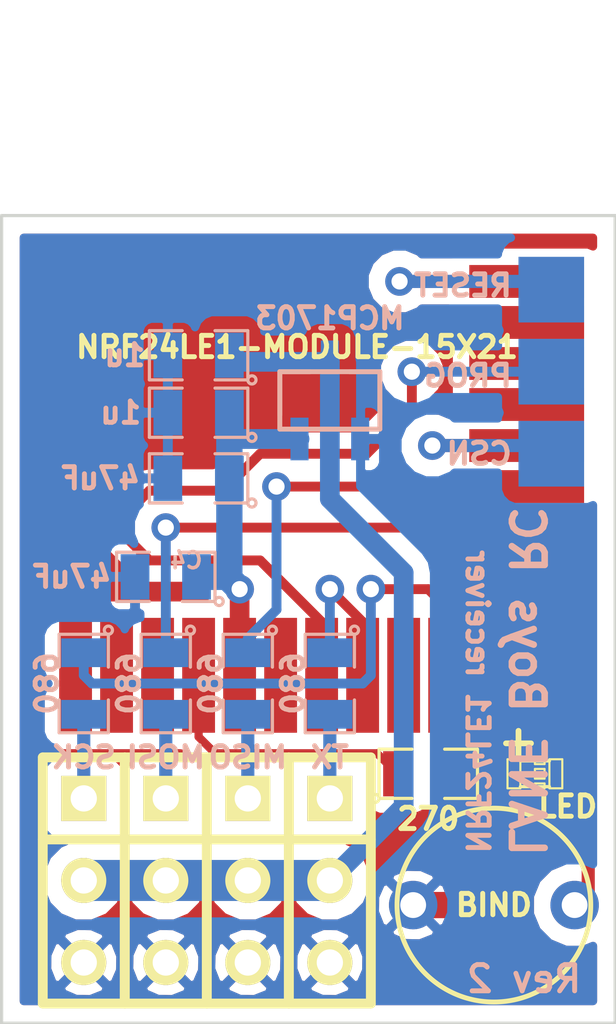
<source format=kicad_pcb>
(kicad_pcb (version 3) (host pcbnew "(2013-jul-07)-stable")

  (general
    (links 34)
    (no_connects 0)
    (area 31.949999 41.072999 51.531533 73.8124)
    (thickness 1.6)
    (drawings 15)
    (tracks 83)
    (zones 0)
    (modules 20)
    (nets 18)
  )

  (page User 150.012 150.012)
  (title_block 
    (title "nRF24LE1 surface receiver")
    (rev "Rev 1")
    (company "LANE Boys RC")
  )

  (layers
    (15 F.Cu signal)
    (0 B.Cu signal)
    (18 B.Paste user)
    (19 F.Paste user)
    (20 B.SilkS user)
    (21 F.SilkS user)
    (22 B.Mask user)
    (23 F.Mask user)
    (25 Cmts.User user hide)
    (28 Edge.Cuts user)
  )

  (setup
    (last_trace_width 0.6096)
    (user_trace_width 0.2032)
    (user_trace_width 0.254)
    (user_trace_width 0.3048)
    (user_trace_width 0.4064)
    (user_trace_width 0.6096)
    (user_trace_width 0.8128)
    (user_trace_width 1)
    (user_trace_width 1.016)
    (user_trace_width 1.27)
    (user_trace_width 1.4224)
    (user_trace_width 1.6764)
    (user_trace_width 2)
    (trace_clearance 0.254)
    (zone_clearance 0.508)
    (zone_45_only no)
    (trace_min 0.1524)
    (segment_width 0.2)
    (edge_width 0.1)
    (via_size 0.889)
    (via_drill 0.5)
    (via_min_size 0.6096)
    (via_min_drill 0.3048)
    (user_via 0.8128 0.5)
    (user_via 0.9144 0.6)
    (user_via 1.2192 0.8)
    (user_via 1.524 1)
    (user_via 1.8288 1.2)
    (user_via 2.286 1.5)
    (uvia_size 0.508)
    (uvia_drill 0.127)
    (uvias_allowed no)
    (uvia_min_size 0.508)
    (uvia_min_drill 0.127)
    (pcb_text_width 0.3)
    (pcb_text_size 1.5 1.5)
    (mod_edge_width 0.15)
    (mod_text_size 0.6604 0.6604)
    (mod_text_width 0.1524)
    (pad_size 1.5 1.5)
    (pad_drill 0.8)
    (pad_to_mask_clearance 0)
    (aux_axis_origin 32 73)
    (visible_elements 7FFFFFAF)
    (pcbplotparams
      (layerselection 3178497)
      (usegerberextensions true)
      (excludeedgelayer true)
      (linewidth 0.150000)
      (plotframeref false)
      (viasonmask false)
      (mode 1)
      (useauxorigin false)
      (hpglpennumber 1)
      (hpglpenspeed 20)
      (hpglpendiameter 15)
      (hpglpenoverlay 2)
      (psnegative false)
      (psa4output false)
      (plotreference true)
      (plotvalue true)
      (plotothertext true)
      (plotinvisibletext false)
      (padsonsilk false)
      (subtractmaskfromsilk false)
      (outputformat 1)
      (mirror false)
      (drillshape 1)
      (scaleselection 1)
      (outputdirectory ""))
  )

  (net 0 "")
  (net 1 +3.3V)
  (net 2 +BATT)
  (net 3 /BIND)
  (net 4 /CH1-SCK)
  (net 5 /CH2-MOSI)
  (net 6 /CH3-MISO)
  (net 7 /CSN)
  (net 8 /LED)
  (net 9 /PROG)
  (net 10 /RESET)
  (net 11 /TX)
  (net 12 N-0000010)
  (net 13 N-0000025)
  (net 14 N-000003)
  (net 15 N-000008)
  (net 16 N-000009)
  (net 17 VSS)

  (net_class Default "This is the default net class."
    (clearance 0.254)
    (trace_width 0.254)
    (via_dia 0.889)
    (via_drill 0.5)
    (uvia_dia 0.508)
    (uvia_drill 0.127)
    (add_net "")
    (add_net +3.3V)
    (add_net +BATT)
    (add_net /BIND)
    (add_net /CH1-SCK)
    (add_net /CH2-MOSI)
    (add_net /CH3-MISO)
    (add_net /CSN)
    (add_net /LED)
    (add_net /PROG)
    (add_net /RESET)
    (add_net /TX)
    (add_net N-0000010)
    (add_net N-0000025)
    (add_net N-000003)
    (add_net N-000008)
    (add_net N-000009)
    (add_net VSS)
  )

  (module SM0805   placed (layer B.Cu) (tedit 547A6284) (tstamp 547930EB)
    (at 38.1 54.102 180)
    (path /5479215B)
    (attr smd)
    (fp_text reference C3 (at 0 0.3175 180) (layer B.SilkS) hide
      (effects (font (size 0.50038 0.50038) (thickness 0.10922)) (justify mirror))
    )
    (fp_text value 1u (at 2.413 0 180) (layer B.SilkS)
      (effects (font (size 0.6604 0.6604) (thickness 0.1524)) (justify mirror))
    )
    (fp_circle (center -1.651 -0.762) (end -1.651 -0.635) (layer B.SilkS) (width 0.09906))
    (fp_line (start -0.508 -0.762) (end -1.524 -0.762) (layer B.SilkS) (width 0.09906))
    (fp_line (start -1.524 -0.762) (end -1.524 0.762) (layer B.SilkS) (width 0.09906))
    (fp_line (start -1.524 0.762) (end -0.508 0.762) (layer B.SilkS) (width 0.09906))
    (fp_line (start 0.508 0.762) (end 1.524 0.762) (layer B.SilkS) (width 0.09906))
    (fp_line (start 1.524 0.762) (end 1.524 -0.762) (layer B.SilkS) (width 0.09906))
    (fp_line (start 1.524 -0.762) (end 0.508 -0.762) (layer B.SilkS) (width 0.09906))
    (pad 1 smd rect (at -0.9525 0 180) (size 0.889 1.397)
      (layers B.Cu B.Paste B.Mask)
      (net 1 +3.3V)
    )
    (pad 2 smd rect (at 0.9525 0 180) (size 0.889 1.397)
      (layers B.Cu B.Paste B.Mask)
      (net 17 VSS)
    )
    (model smd/chip_cms.wrl
      (at (xyz 0 0 0))
      (scale (xyz 0.1 0.1 0.1))
      (rotate (xyz 0 0 0))
    )
  )

  (module SM0805   placed (layer B.Cu) (tedit 547A628E) (tstamp 547930F8)
    (at 38.1 52.324 180)
    (path /5479216A)
    (attr smd)
    (fp_text reference C2 (at 0 0.3175 180) (layer B.SilkS) hide
      (effects (font (size 0.50038 0.50038) (thickness 0.10922)) (justify mirror))
    )
    (fp_text value 1u (at 2.286 0 180) (layer B.SilkS)
      (effects (font (size 0.6604 0.6604) (thickness 0.1524)) (justify mirror))
    )
    (fp_circle (center -1.651 -0.762) (end -1.651 -0.635) (layer B.SilkS) (width 0.09906))
    (fp_line (start -0.508 -0.762) (end -1.524 -0.762) (layer B.SilkS) (width 0.09906))
    (fp_line (start -1.524 -0.762) (end -1.524 0.762) (layer B.SilkS) (width 0.09906))
    (fp_line (start -1.524 0.762) (end -0.508 0.762) (layer B.SilkS) (width 0.09906))
    (fp_line (start 0.508 0.762) (end 1.524 0.762) (layer B.SilkS) (width 0.09906))
    (fp_line (start 1.524 0.762) (end 1.524 -0.762) (layer B.SilkS) (width 0.09906))
    (fp_line (start 1.524 -0.762) (end 0.508 -0.762) (layer B.SilkS) (width 0.09906))
    (pad 1 smd rect (at -0.9525 0 180) (size 0.889 1.397)
      (layers B.Cu B.Paste B.Mask)
      (net 2 +BATT)
    )
    (pad 2 smd rect (at 0.9525 0 180) (size 0.889 1.397)
      (layers B.Cu B.Paste B.Mask)
      (net 17 VSS)
    )
    (model smd/chip_cms.wrl
      (at (xyz 0 0 0))
      (scale (xyz 0.1 0.1 0.1))
      (rotate (xyz 0 0 0))
    )
  )

  (module SM0805   placed (layer B.Cu) (tedit 54A9EEF9) (tstamp 54A9EEFE)
    (at 37.084 59.182 180)
    (path /54A9ED05)
    (attr smd)
    (fp_text reference C1 (at 0 0.3175 180) (layer B.SilkS) hide
      (effects (font (size 0.50038 0.50038) (thickness 0.10922)) (justify mirror))
    )
    (fp_text value 47uF (at 2.921 0 180) (layer B.SilkS)
      (effects (font (size 0.6604 0.6604) (thickness 0.1524)) (justify mirror))
    )
    (fp_circle (center -1.651 -0.762) (end -1.651 -0.635) (layer B.SilkS) (width 0.09906))
    (fp_line (start -0.508 -0.762) (end -1.524 -0.762) (layer B.SilkS) (width 0.09906))
    (fp_line (start -1.524 -0.762) (end -1.524 0.762) (layer B.SilkS) (width 0.09906))
    (fp_line (start -1.524 0.762) (end -0.508 0.762) (layer B.SilkS) (width 0.09906))
    (fp_line (start 0.508 0.762) (end 1.524 0.762) (layer B.SilkS) (width 0.09906))
    (fp_line (start 1.524 0.762) (end 1.524 -0.762) (layer B.SilkS) (width 0.09906))
    (fp_line (start 1.524 -0.762) (end 0.508 -0.762) (layer B.SilkS) (width 0.09906))
    (pad 1 smd rect (at -0.9525 0 180) (size 0.889 1.397)
      (layers B.Cu B.Paste B.Mask)
      (net 1 +3.3V)
    )
    (pad 2 smd rect (at 0.9525 0 180) (size 0.889 1.397)
      (layers B.Cu B.Paste B.Mask)
      (net 17 VSS)
    )
    (model smd/chip_cms.wrl
      (at (xyz 0 0 0))
      (scale (xyz 0.1 0.1 0.1))
      (rotate (xyz 0 0 0))
    )
  )

  (module SM0805   placed (layer B.Cu) (tedit 5479C1D6) (tstamp 54793112)
    (at 42.164 62.484 270)
    (path /5479219C)
    (attr smd)
    (fp_text reference R2 (at 0 0.3175 270) (layer B.SilkS) hide
      (effects (font (size 0.50038 0.50038) (thickness 0.10922)) (justify mirror))
    )
    (fp_text value 680 (at 0 1.143 270) (layer B.SilkS)
      (effects (font (size 0.6604 0.6604) (thickness 0.1524)) (justify mirror))
    )
    (fp_circle (center -1.651 -0.762) (end -1.651 -0.635) (layer B.SilkS) (width 0.09906))
    (fp_line (start -0.508 -0.762) (end -1.524 -0.762) (layer B.SilkS) (width 0.09906))
    (fp_line (start -1.524 -0.762) (end -1.524 0.762) (layer B.SilkS) (width 0.09906))
    (fp_line (start -1.524 0.762) (end -0.508 0.762) (layer B.SilkS) (width 0.09906))
    (fp_line (start 0.508 0.762) (end 1.524 0.762) (layer B.SilkS) (width 0.09906))
    (fp_line (start 1.524 0.762) (end 1.524 -0.762) (layer B.SilkS) (width 0.09906))
    (fp_line (start 1.524 -0.762) (end 0.508 -0.762) (layer B.SilkS) (width 0.09906))
    (pad 1 smd rect (at -0.9525 0 270) (size 0.889 1.397)
      (layers B.Cu B.Paste B.Mask)
      (net 11 /TX)
    )
    (pad 2 smd rect (at 0.9525 0 270) (size 0.889 1.397)
      (layers B.Cu B.Paste B.Mask)
      (net 15 N-000008)
    )
    (model smd/chip_cms.wrl
      (at (xyz 0 0 0))
      (scale (xyz 0.1 0.1 0.1))
      (rotate (xyz 0 0 0))
    )
  )

  (module SM0805   placed (layer B.Cu) (tedit 5479C1CB) (tstamp 5479311F)
    (at 39.624 62.484 270)
    (path /547921A9)
    (attr smd)
    (fp_text reference R3 (at 0 0.3175 270) (layer B.SilkS) hide
      (effects (font (size 0.50038 0.50038) (thickness 0.10922)) (justify mirror))
    )
    (fp_text value 680 (at 0 1.143 270) (layer B.SilkS)
      (effects (font (size 0.6604 0.6604) (thickness 0.1524)) (justify mirror))
    )
    (fp_circle (center -1.651 -0.762) (end -1.651 -0.635) (layer B.SilkS) (width 0.09906))
    (fp_line (start -0.508 -0.762) (end -1.524 -0.762) (layer B.SilkS) (width 0.09906))
    (fp_line (start -1.524 -0.762) (end -1.524 0.762) (layer B.SilkS) (width 0.09906))
    (fp_line (start -1.524 0.762) (end -0.508 0.762) (layer B.SilkS) (width 0.09906))
    (fp_line (start 0.508 0.762) (end 1.524 0.762) (layer B.SilkS) (width 0.09906))
    (fp_line (start 1.524 0.762) (end 1.524 -0.762) (layer B.SilkS) (width 0.09906))
    (fp_line (start 1.524 -0.762) (end 0.508 -0.762) (layer B.SilkS) (width 0.09906))
    (pad 1 smd rect (at -0.9525 0 270) (size 0.889 1.397)
      (layers B.Cu B.Paste B.Mask)
      (net 6 /CH3-MISO)
    )
    (pad 2 smd rect (at 0.9525 0 270) (size 0.889 1.397)
      (layers B.Cu B.Paste B.Mask)
      (net 16 N-000009)
    )
    (model smd/chip_cms.wrl
      (at (xyz 0 0 0))
      (scale (xyz 0.1 0.1 0.1))
      (rotate (xyz 0 0 0))
    )
  )

  (module SM0805   placed (layer B.Cu) (tedit 5479C1CE) (tstamp 5479312C)
    (at 37.084 62.484 270)
    (path /547921AF)
    (attr smd)
    (fp_text reference R4 (at 0 0.3175 270) (layer B.SilkS) hide
      (effects (font (size 0.50038 0.50038) (thickness 0.10922)) (justify mirror))
    )
    (fp_text value 680 (at 0 1.143 270) (layer B.SilkS)
      (effects (font (size 0.6604 0.6604) (thickness 0.1524)) (justify mirror))
    )
    (fp_circle (center -1.651 -0.762) (end -1.651 -0.635) (layer B.SilkS) (width 0.09906))
    (fp_line (start -0.508 -0.762) (end -1.524 -0.762) (layer B.SilkS) (width 0.09906))
    (fp_line (start -1.524 -0.762) (end -1.524 0.762) (layer B.SilkS) (width 0.09906))
    (fp_line (start -1.524 0.762) (end -0.508 0.762) (layer B.SilkS) (width 0.09906))
    (fp_line (start 0.508 0.762) (end 1.524 0.762) (layer B.SilkS) (width 0.09906))
    (fp_line (start 1.524 0.762) (end 1.524 -0.762) (layer B.SilkS) (width 0.09906))
    (fp_line (start 1.524 -0.762) (end 0.508 -0.762) (layer B.SilkS) (width 0.09906))
    (pad 1 smd rect (at -0.9525 0 270) (size 0.889 1.397)
      (layers B.Cu B.Paste B.Mask)
      (net 5 /CH2-MOSI)
    )
    (pad 2 smd rect (at 0.9525 0 270) (size 0.889 1.397)
      (layers B.Cu B.Paste B.Mask)
      (net 12 N-0000010)
    )
    (model smd/chip_cms.wrl
      (at (xyz 0 0 0))
      (scale (xyz 0.1 0.1 0.1))
      (rotate (xyz 0 0 0))
    )
  )

  (module SM0805   placed (layer B.Cu) (tedit 5479C1D1) (tstamp 54793139)
    (at 34.544 62.484 270)
    (path /547921B5)
    (attr smd)
    (fp_text reference R5 (at 0 0.3175 270) (layer B.SilkS) hide
      (effects (font (size 0.50038 0.50038) (thickness 0.10922)) (justify mirror))
    )
    (fp_text value 680 (at 0 1.143 270) (layer B.SilkS)
      (effects (font (size 0.6604 0.6604) (thickness 0.1524)) (justify mirror))
    )
    (fp_circle (center -1.651 -0.762) (end -1.651 -0.635) (layer B.SilkS) (width 0.09906))
    (fp_line (start -0.508 -0.762) (end -1.524 -0.762) (layer B.SilkS) (width 0.09906))
    (fp_line (start -1.524 -0.762) (end -1.524 0.762) (layer B.SilkS) (width 0.09906))
    (fp_line (start -1.524 0.762) (end -0.508 0.762) (layer B.SilkS) (width 0.09906))
    (fp_line (start 0.508 0.762) (end 1.524 0.762) (layer B.SilkS) (width 0.09906))
    (fp_line (start 1.524 0.762) (end 1.524 -0.762) (layer B.SilkS) (width 0.09906))
    (fp_line (start 1.524 -0.762) (end 0.508 -0.762) (layer B.SilkS) (width 0.09906))
    (pad 1 smd rect (at -0.9525 0 270) (size 0.889 1.397)
      (layers B.Cu B.Paste B.Mask)
      (net 4 /CH1-SCK)
    )
    (pad 2 smd rect (at 0.9525 0 270) (size 0.889 1.397)
      (layers B.Cu B.Paste B.Mask)
      (net 14 N-000003)
    )
    (model smd/chip_cms.wrl
      (at (xyz 0 0 0))
      (scale (xyz 0.1 0.1 0.1))
      (rotate (xyz 0 0 0))
    )
  )

  (module SM0805   placed (layer F.Cu) (tedit 5479C0B5) (tstamp 54793146)
    (at 45.212 65.278)
    (path /5479290A)
    (attr smd)
    (fp_text reference R1 (at 0 -0.3175) (layer F.SilkS) hide
      (effects (font (size 0.50038 0.50038) (thickness 0.10922)))
    )
    (fp_text value 270 (at 0 1.397) (layer F.SilkS)
      (effects (font (size 0.6604 0.6604) (thickness 0.1524)))
    )
    (fp_circle (center -1.651 0.762) (end -1.651 0.635) (layer F.SilkS) (width 0.09906))
    (fp_line (start -0.508 0.762) (end -1.524 0.762) (layer F.SilkS) (width 0.09906))
    (fp_line (start -1.524 0.762) (end -1.524 -0.762) (layer F.SilkS) (width 0.09906))
    (fp_line (start -1.524 -0.762) (end -0.508 -0.762) (layer F.SilkS) (width 0.09906))
    (fp_line (start 0.508 -0.762) (end 1.524 -0.762) (layer F.SilkS) (width 0.09906))
    (fp_line (start 1.524 -0.762) (end 1.524 0.762) (layer F.SilkS) (width 0.09906))
    (fp_line (start 1.524 0.762) (end 0.508 0.762) (layer F.SilkS) (width 0.09906))
    (pad 1 smd rect (at -0.9525 0) (size 0.889 1.397)
      (layers F.Cu F.Paste F.Mask)
      (net 8 /LED)
    )
    (pad 2 smd rect (at 0.9525 0) (size 0.889 1.397)
      (layers F.Cu F.Paste F.Mask)
      (net 13 N-0000025)
    )
    (model smd/chip_cms.wrl
      (at (xyz 0 0 0))
      (scale (xyz 0.1 0.1 0.1))
      (rotate (xyz 0 0 0))
    )
  )

  (module SIL-3   placed (layer F.Cu) (tedit 5479C049) (tstamp 54793152)
    (at 42.164 68.58 270)
    (descr "Connecteur 3 pins")
    (tags "CONN DEV")
    (path /54792117)
    (fp_text reference K1 (at 0 -2.54 270) (layer F.SilkS) hide
      (effects (font (size 1.7907 1.07696) (thickness 0.26924)))
    )
    (fp_text value CONN_3 (at 0 -2.54 270) (layer F.SilkS) hide
      (effects (font (size 0.6604 0.6604) (thickness 0.1524)))
    )
    (fp_line (start -3.81 1.27) (end -3.81 -1.27) (layer F.SilkS) (width 0.3048))
    (fp_line (start -3.81 -1.27) (end 3.81 -1.27) (layer F.SilkS) (width 0.3048))
    (fp_line (start 3.81 -1.27) (end 3.81 1.27) (layer F.SilkS) (width 0.3048))
    (fp_line (start 3.81 1.27) (end -3.81 1.27) (layer F.SilkS) (width 0.3048))
    (fp_line (start -1.27 -1.27) (end -1.27 1.27) (layer F.SilkS) (width 0.3048))
    (pad 1 thru_hole rect (at -2.54 0 270) (size 1.397 1.397) (drill 0.8128)
      (layers *.Cu *.Mask F.SilkS)
      (net 15 N-000008)
    )
    (pad 2 thru_hole circle (at 0 0 270) (size 1.397 1.397) (drill 0.8128)
      (layers *.Cu *.Mask F.SilkS)
      (net 2 +BATT)
    )
    (pad 3 thru_hole circle (at 2.54 0 270) (size 1.397 1.397) (drill 0.8128)
      (layers *.Cu *.Mask F.SilkS)
      (net 17 VSS)
    )
  )

  (module SIL-3   placed (layer F.Cu) (tedit 5479C03E) (tstamp 5479315E)
    (at 39.624 68.58 270)
    (descr "Connecteur 3 pins")
    (tags "CONN DEV")
    (path /54792124)
    (fp_text reference K2 (at 0 -2.54 270) (layer F.SilkS) hide
      (effects (font (size 1.7907 1.07696) (thickness 0.26924)))
    )
    (fp_text value CONN_3 (at 0 -2.54 270) (layer F.SilkS) hide
      (effects (font (size 0.6604 0.6604) (thickness 0.1524)))
    )
    (fp_line (start -3.81 1.27) (end -3.81 -1.27) (layer F.SilkS) (width 0.3048))
    (fp_line (start -3.81 -1.27) (end 3.81 -1.27) (layer F.SilkS) (width 0.3048))
    (fp_line (start 3.81 -1.27) (end 3.81 1.27) (layer F.SilkS) (width 0.3048))
    (fp_line (start 3.81 1.27) (end -3.81 1.27) (layer F.SilkS) (width 0.3048))
    (fp_line (start -1.27 -1.27) (end -1.27 1.27) (layer F.SilkS) (width 0.3048))
    (pad 1 thru_hole rect (at -2.54 0 270) (size 1.397 1.397) (drill 0.8128)
      (layers *.Cu *.Mask F.SilkS)
      (net 16 N-000009)
    )
    (pad 2 thru_hole circle (at 0 0 270) (size 1.397 1.397) (drill 0.8128)
      (layers *.Cu *.Mask F.SilkS)
      (net 2 +BATT)
    )
    (pad 3 thru_hole circle (at 2.54 0 270) (size 1.397 1.397) (drill 0.8128)
      (layers *.Cu *.Mask F.SilkS)
      (net 17 VSS)
    )
  )

  (module SIL-3   placed (layer F.Cu) (tedit 5479C039) (tstamp 5479316A)
    (at 37.084 68.58 270)
    (descr "Connecteur 3 pins")
    (tags "CONN DEV")
    (path /5479212A)
    (fp_text reference K3 (at 0 -2.54 270) (layer F.SilkS) hide
      (effects (font (size 1.7907 1.07696) (thickness 0.26924)))
    )
    (fp_text value CONN_3 (at 0 -2.54 270) (layer F.SilkS) hide
      (effects (font (size 0.6604 0.6604) (thickness 0.1524)))
    )
    (fp_line (start -3.81 1.27) (end -3.81 -1.27) (layer F.SilkS) (width 0.3048))
    (fp_line (start -3.81 -1.27) (end 3.81 -1.27) (layer F.SilkS) (width 0.3048))
    (fp_line (start 3.81 -1.27) (end 3.81 1.27) (layer F.SilkS) (width 0.3048))
    (fp_line (start 3.81 1.27) (end -3.81 1.27) (layer F.SilkS) (width 0.3048))
    (fp_line (start -1.27 -1.27) (end -1.27 1.27) (layer F.SilkS) (width 0.3048))
    (pad 1 thru_hole rect (at -2.54 0 270) (size 1.397 1.397) (drill 0.8128)
      (layers *.Cu *.Mask F.SilkS)
      (net 12 N-0000010)
    )
    (pad 2 thru_hole circle (at 0 0 270) (size 1.397 1.397) (drill 0.8128)
      (layers *.Cu *.Mask F.SilkS)
      (net 2 +BATT)
    )
    (pad 3 thru_hole circle (at 2.54 0 270) (size 1.397 1.397) (drill 0.8128)
      (layers *.Cu *.Mask F.SilkS)
      (net 17 VSS)
    )
  )

  (module SIL-3   placed (layer F.Cu) (tedit 5479C033) (tstamp 54793176)
    (at 34.544 68.58 270)
    (descr "Connecteur 3 pins")
    (tags "CONN DEV")
    (path /54792130)
    (fp_text reference K4 (at 0 -2.54 270) (layer F.SilkS) hide
      (effects (font (size 1.7907 1.07696) (thickness 0.26924)))
    )
    (fp_text value CONN_3 (at 0 -2.54 270) (layer F.SilkS) hide
      (effects (font (size 0.6604 0.6604) (thickness 0.1524)))
    )
    (fp_line (start -3.81 1.27) (end -3.81 -1.27) (layer F.SilkS) (width 0.3048))
    (fp_line (start -3.81 -1.27) (end 3.81 -1.27) (layer F.SilkS) (width 0.3048))
    (fp_line (start 3.81 -1.27) (end 3.81 1.27) (layer F.SilkS) (width 0.3048))
    (fp_line (start 3.81 1.27) (end -3.81 1.27) (layer F.SilkS) (width 0.3048))
    (fp_line (start -1.27 -1.27) (end -1.27 1.27) (layer F.SilkS) (width 0.3048))
    (pad 1 thru_hole rect (at -2.54 0 270) (size 1.397 1.397) (drill 0.8128)
      (layers *.Cu *.Mask F.SilkS)
      (net 14 N-000003)
    )
    (pad 2 thru_hole circle (at 0 0 270) (size 1.397 1.397) (drill 0.8128)
      (layers *.Cu *.Mask F.SilkS)
      (net 2 +BATT)
    )
    (pad 3 thru_hole circle (at 2.54 0 270) (size 1.397 1.397) (drill 0.8128)
      (layers *.Cu *.Mask F.SilkS)
      (net 17 VSS)
    )
  )

  (module LED-0603   placed (layer F.Cu) (tedit 5479C49A) (tstamp 547931AD)
    (at 48.514 65.278)
    (descr "LED 0603 smd package")
    (tags "LED led 0603 SMD smd SMT smt smdled SMDLED smtled SMTLED")
    (path /547928FB)
    (attr smd)
    (fp_text reference D1 (at 0 -1.016) (layer F.SilkS) hide
      (effects (font (size 0.508 0.508) (thickness 0.127)))
    )
    (fp_text value LED (at 1.016 1.016) (layer F.SilkS)
      (effects (font (size 0.6604 0.6604) (thickness 0.1524)))
    )
    (fp_line (start 0.44958 -0.44958) (end 0.44958 0.44958) (layer F.SilkS) (width 0.06604))
    (fp_line (start 0.44958 0.44958) (end 0.84836 0.44958) (layer F.SilkS) (width 0.06604))
    (fp_line (start 0.84836 -0.44958) (end 0.84836 0.44958) (layer F.SilkS) (width 0.06604))
    (fp_line (start 0.44958 -0.44958) (end 0.84836 -0.44958) (layer F.SilkS) (width 0.06604))
    (fp_line (start -0.84836 -0.44958) (end -0.84836 0.44958) (layer F.SilkS) (width 0.06604))
    (fp_line (start -0.84836 0.44958) (end -0.44958 0.44958) (layer F.SilkS) (width 0.06604))
    (fp_line (start -0.44958 -0.44958) (end -0.44958 0.44958) (layer F.SilkS) (width 0.06604))
    (fp_line (start -0.84836 -0.44958) (end -0.44958 -0.44958) (layer F.SilkS) (width 0.06604))
    (fp_line (start 0 -0.44958) (end 0 -0.29972) (layer F.SilkS) (width 0.06604))
    (fp_line (start 0 -0.29972) (end 0.29972 -0.29972) (layer F.SilkS) (width 0.06604))
    (fp_line (start 0.29972 -0.44958) (end 0.29972 -0.29972) (layer F.SilkS) (width 0.06604))
    (fp_line (start 0 -0.44958) (end 0.29972 -0.44958) (layer F.SilkS) (width 0.06604))
    (fp_line (start 0 0.29972) (end 0 0.44958) (layer F.SilkS) (width 0.06604))
    (fp_line (start 0 0.44958) (end 0.29972 0.44958) (layer F.SilkS) (width 0.06604))
    (fp_line (start 0.29972 0.29972) (end 0.29972 0.44958) (layer F.SilkS) (width 0.06604))
    (fp_line (start 0 0.29972) (end 0.29972 0.29972) (layer F.SilkS) (width 0.06604))
    (fp_line (start 0 -0.14986) (end 0 0.14986) (layer F.SilkS) (width 0.06604))
    (fp_line (start 0 0.14986) (end 0.29972 0.14986) (layer F.SilkS) (width 0.06604))
    (fp_line (start 0.29972 -0.14986) (end 0.29972 0.14986) (layer F.SilkS) (width 0.06604))
    (fp_line (start 0 -0.14986) (end 0.29972 -0.14986) (layer F.SilkS) (width 0.06604))
    (fp_line (start 0.44958 -0.39878) (end -0.44958 -0.39878) (layer F.SilkS) (width 0.1016))
    (fp_line (start 0.44958 0.39878) (end -0.44958 0.39878) (layer F.SilkS) (width 0.1016))
    (pad 1 smd rect (at -0.7493 0) (size 0.79756 0.79756)
      (layers F.Cu F.Paste F.Mask)
      (net 13 N-0000025)
    )
    (pad 2 smd rect (at 0.7493 0) (size 0.79756 0.79756)
      (layers F.Cu F.Paste F.Mask)
      (net 17 VSS)
    )
  )

  (module MCP1703-SOT95P300X145-3N (layer B.Cu) (tedit 547A62B1) (tstamp 5479956B)
    (at 42.164 53.721 180)
    (path /54792138)
    (attr smd)
    (fp_text reference U1 (at 0 2.54 180) (layer B.SilkS) hide
      (effects (font (size 0.8128 0.8128) (thickness 0.2032)) (justify mirror))
    )
    (fp_text value MCP1703 (at 0 2.54 180) (layer B.SilkS)
      (effects (font (size 0.6604 0.6604) (thickness 0.1524)) (justify mirror))
    )
    (fp_line (start -0.6858 -0.889) (end -1.1938 -0.889) (layer B.SilkS) (width 0.1524))
    (fp_line (start 1.1938 -0.889) (end 0.6858 -0.889) (layer B.SilkS) (width 0.1524))
    (fp_line (start -0.254 0.889) (end 0.254 0.889) (layer B.SilkS) (width 0.1524))
    (fp_line (start -1.5494 -0.889) (end 1.5494 -0.889) (layer B.SilkS) (width 0.1524))
    (fp_line (start 1.5494 -0.889) (end 1.5494 0.889) (layer B.SilkS) (width 0.1524))
    (fp_line (start 1.5494 0.889) (end -1.5494 0.889) (layer B.SilkS) (width 0.1524))
    (fp_line (start -1.5494 0.889) (end -1.5494 -0.889) (layer B.SilkS) (width 0.1524))
    (fp_line (start -0.6096 0.889) (end -1.5494 0.889) (layer B.SilkS) (width 0.1524))
    (fp_line (start -0.3302 -0.889) (end 0.3302 -0.889) (layer B.SilkS) (width 0.1524))
    (fp_line (start 1.5494 -0.4572) (end 1.5494 0.889) (layer B.SilkS) (width 0.1524))
    (fp_line (start 1.5494 0.889) (end 0.6096 0.889) (layer B.SilkS) (width 0.1524))
    (fp_line (start -1.5494 0.889) (end -1.5494 -0.4572) (layer B.SilkS) (width 0.1524))
    (pad 1 smd rect (at -0.9398 -1.1938 180) (size 0.5588 1.3208)
      (layers B.Cu B.Paste B.Mask)
      (net 17 VSS)
    )
    (pad 2 smd rect (at 0.9398 -1.1938 180) (size 0.5588 1.3208)
      (layers B.Cu B.Paste B.Mask)
      (net 1 +3.3V)
    )
    (pad 3 smd rect (at 0 1.1938 180) (size 0.5588 1.3208)
      (layers B.Cu B.Paste B.Mask)
      (net 2 +BATT)
    )
  )

  (module testpad_80mil_sq (layer B.Cu) (tedit 547A7586) (tstamp 54796D46)
    (at 49.022 52.832)
    (path /54796D23)
    (fp_text reference P1 (at 0 2.54) (layer B.SilkS) hide
      (effects (font (size 0.6604 0.6604) (thickness 0.1524)) (justify mirror))
    )
    (fp_text value CONN_1 (at -0.022 0.168) (layer B.SilkS) hide
      (effects (font (size 0.6604 0.6604) (thickness 0.1524)) (justify mirror))
    )
    (pad 1 smd rect (at 0 0) (size 2.032 2.032)
      (layers B.Cu B.Mask)
      (net 9 /PROG)
    )
  )

  (module testpad_80mil_sq (layer B.Cu) (tedit 547A7583) (tstamp 54796D4F)
    (at 49.022 50.292)
    (path /54796D32)
    (fp_text reference P2 (at 0 2.54) (layer B.SilkS) hide
      (effects (font (size 0.6604 0.6604) (thickness 0.1524)) (justify mirror))
    )
    (fp_text value CONN_1 (at -1.022 -0.292) (layer B.SilkS) hide
      (effects (font (size 0.6604 0.6604) (thickness 0.1524)) (justify mirror))
    )
    (pad 1 smd rect (at 0 0) (size 2.032 2.032)
      (layers B.Cu B.Mask)
      (net 10 /RESET)
    )
  )

  (module testpad_80mil_sq (layer B.Cu) (tedit 547A758A) (tstamp 54797A3D)
    (at 49.022 55.372)
    (path /54797ABF)
    (fp_text reference P3 (at 0 2.54) (layer B.SilkS) hide
      (effects (font (size 0.6604 0.6604) (thickness 0.1524)) (justify mirror))
    )
    (fp_text value CONN_1 (at -0.022 -0.372) (layer B.SilkS) hide
      (effects (font (size 0.6604 0.6604) (thickness 0.1524)) (justify mirror))
    )
    (pad 1 smd rect (at 0 0) (size 2.032 2.032)
      (layers B.Cu B.Mask)
      (net 7 /CSN)
    )
  )

  (module SW_PUSH_ROUND_6mm (layer F.Cu) (tedit 547A7AB5) (tstamp 547A7AC8)
    (at 47.244 69.342 180)
    (path /547925D0)
    (fp_text reference SW1 (at 0 -3.81 180) (layer F.SilkS) hide
      (effects (font (size 0.6604 0.6604) (thickness 0.1524)))
    )
    (fp_text value BIND (at 0 0 180) (layer F.SilkS)
      (effects (font (size 0.6604 0.6604) (thickness 0.1524)))
    )
    (fp_circle (center 0 0) (end 3 0) (layer F.SilkS) (width 0.15))
    (pad 1 thru_hole circle (at -2.5 0 180) (size 1.5 1.5) (drill 0.8)
      (layers *.Cu *.Mask)
      (net 3 /BIND)
    )
    (pad 2 thru_hole circle (at 2.5 0 180) (size 1.5 1.5) (drill 0.8)
      (layers *.Cu *.Mask)
      (net 17 VSS)
    )
  )

  (module NRF24LE1-module-15x21   locked   placed (layer F.Cu) (tedit 547A7A69) (tstamp 54793191)
    (at 33.274 62.23)
    (descr "NRF24LE1 module 15x21mm with SMD crystal")
    (path /547920F7)
    (fp_text reference U2 (at 7.366 -11.176) (layer F.SilkS) hide
      (effects (font (size 1 1) (thickness 0.15)))
    )
    (fp_text value NRF24LE1-MODULE-15X21 (at 7.874 -10.16) (layer F.SilkS)
      (effects (font (size 0.6604 0.6604) (thickness 0.1524)))
    )
    (fp_line (start 0 0) (end 14.986 0) (layer Cmts.User) (width 0.15))
    (fp_line (start 14.986 0) (end 14.986 -20.828) (layer Cmts.User) (width 0.15))
    (fp_line (start 14.986 -20.828) (end 0 -20.828) (layer Cmts.User) (width 0.15))
    (fp_line (start 0 -20.828) (end 0 0) (layer Cmts.User) (width 0.15))
    (pad 1 smd rect (at 1.016 0) (size 1.016 3.556)
      (layers F.Cu F.Paste F.Mask)
      (clearance 0.127)
    )
    (pad 2 smd rect (at 2.286 0) (size 1.016 3.556)
      (layers F.Cu F.Paste F.Mask)
      (clearance 0.127)
    )
    (pad 3 smd rect (at 3.556 0) (size 1.016 3.556)
      (layers F.Cu F.Paste F.Mask)
      (clearance 0.127)
    )
    (pad 4 smd rect (at 4.826 0) (size 1.016 3.556)
      (layers F.Cu F.Paste F.Mask)
      (net 8 /LED)
      (clearance 0.127)
    )
    (pad 5 smd rect (at 6.096 0) (size 1.016 3.556)
      (layers F.Cu F.Paste F.Mask)
      (net 1 +3.3V)
      (clearance 0.127)
    )
    (pad 6 smd rect (at 7.366 0) (size 1.016 3.556)
      (layers F.Cu F.Paste F.Mask)
      (clearance 0.127)
    )
    (pad 7 smd rect (at 8.636 0) (size 1.016 3.556)
      (layers F.Cu F.Paste F.Mask)
      (net 9 /PROG)
      (clearance 0.127)
    )
    (pad 8 smd rect (at 9.906 0) (size 1.016 3.556)
      (layers F.Cu F.Paste F.Mask)
      (net 11 /TX)
      (clearance 0.127)
    )
    (pad 9 smd rect (at 11.176 0) (size 1.016 3.556)
      (layers F.Cu F.Paste F.Mask)
      (clearance 0.127)
    )
    (pad 10 smd rect (at 12.446 0) (size 1.016 3.556)
      (layers F.Cu F.Paste F.Mask)
      (net 4 /CH1-SCK)
      (clearance 0.127)
    )
    (pad 11 smd rect (at 13.716 0) (size 1.016 3.556)
      (layers F.Cu F.Paste F.Mask)
      (net 17 VSS)
      (clearance 0.127)
    )
    (pad 12 smd rect (at 14.986 -3.302 90) (size 1.016 3.556)
      (layers F.Cu F.Paste F.Mask)
      (net 3 /BIND)
      (clearance 0.127)
    )
    (pad 13 smd rect (at 14.986 -4.572 90) (size 1.016 3.556)
      (layers F.Cu F.Paste F.Mask)
      (net 5 /CH2-MOSI)
      (clearance 0.127)
    )
    (pad 14 smd rect (at 14.986 -5.842 90) (size 1.016 3.556)
      (layers F.Cu F.Paste F.Mask)
      (net 6 /CH3-MISO)
      (clearance 0.127)
    )
    (pad 15 smd rect (at 14.986 -7.112 90) (size 1.016 3.556)
      (layers F.Cu F.Paste F.Mask)
      (net 7 /CSN)
      (clearance 0.127)
    )
    (pad 16 smd rect (at 14.986 -8.382 90) (size 1.016 3.556)
      (layers F.Cu F.Paste F.Mask)
      (clearance 0.127)
    )
    (pad 17 smd rect (at 14.986 -9.652 90) (size 1.016 3.556)
      (layers F.Cu F.Paste F.Mask)
      (clearance 0.127)
    )
    (pad 18 smd rect (at 14.986 -10.922 90) (size 1.016 3.556)
      (layers F.Cu F.Paste F.Mask)
      (clearance 0.127)
    )
    (pad 19 smd rect (at 14.986 -12.192 90) (size 1.016 3.556)
      (layers F.Cu F.Paste F.Mask)
      (net 10 /RESET)
      (clearance 0.127)
    )
  )

  (module SM0805 (layer B.Cu) (tedit 54A9EEF5) (tstamp 54A9ED45)
    (at 38.1 56.134 180)
    (path /54A9ECE7)
    (attr smd)
    (fp_text reference C4 (at 0.381 -2.54 180) (layer B.SilkS)
      (effects (font (size 0.50038 0.50038) (thickness 0.10922)) (justify mirror))
    )
    (fp_text value 47uF (at 3.048 0 180) (layer B.SilkS)
      (effects (font (size 0.6604 0.6604) (thickness 0.1524)) (justify mirror))
    )
    (fp_circle (center -1.651 -0.762) (end -1.651 -0.635) (layer B.SilkS) (width 0.09906))
    (fp_line (start -0.508 -0.762) (end -1.524 -0.762) (layer B.SilkS) (width 0.09906))
    (fp_line (start -1.524 -0.762) (end -1.524 0.762) (layer B.SilkS) (width 0.09906))
    (fp_line (start -1.524 0.762) (end -0.508 0.762) (layer B.SilkS) (width 0.09906))
    (fp_line (start 0.508 0.762) (end 1.524 0.762) (layer B.SilkS) (width 0.09906))
    (fp_line (start 1.524 0.762) (end 1.524 -0.762) (layer B.SilkS) (width 0.09906))
    (fp_line (start 1.524 -0.762) (end 0.508 -0.762) (layer B.SilkS) (width 0.09906))
    (pad 1 smd rect (at -0.9525 0 180) (size 0.889 1.397)
      (layers B.Cu B.Paste B.Mask)
      (net 1 +3.3V)
    )
    (pad 2 smd rect (at 0.9525 0 180) (size 0.889 1.397)
      (layers B.Cu B.Paste B.Mask)
      (net 17 VSS)
    )
    (model smd/chip_cms.wrl
      (at (xyz 0 0 0))
      (scale (xyz 0.1 0.1 0.1))
      (rotate (xyz 0 0 0))
    )
  )

  (gr_text + (at 48.006 64.262) (layer F.SilkS)
    (effects (font (size 1.016 1.016) (thickness 0.1778)))
  )
  (gr_text TX (at 42.164 64.77) (layer B.SilkS)
    (effects (font (size 0.6604 0.6604) (thickness 0.1524)) (justify mirror))
  )
  (gr_text SCK (at 34.544 64.77) (layer B.SilkS)
    (effects (font (size 0.6604 0.6604) (thickness 0.1524)) (justify mirror))
  )
  (gr_text MOSI (at 37.084 64.77) (layer B.SilkS)
    (effects (font (size 0.6604 0.6604) (thickness 0.1524)) (justify mirror))
  )
  (gr_text MISO (at 39.624 64.77) (layer B.SilkS)
    (effects (font (size 0.6604 0.6604) (thickness 0.1524)) (justify mirror))
  )
  (gr_text CSN (at 47.879 55.372) (layer B.SilkS)
    (effects (font (size 0.6604 0.6604) (thickness 0.1524)) (justify left mirror))
  )
  (gr_text PROG (at 47.879 52.959) (layer B.SilkS)
    (effects (font (size 0.6604 0.6604) (thickness 0.1524)) (justify left mirror))
  )
  (gr_text RESET (at 47.879 50.165) (layer B.SilkS)
    (effects (font (size 0.6604 0.6604) (thickness 0.1524)) (justify left mirror))
  )
  (gr_text "Rev 2" (at 50.038 71.628) (layer B.SilkS)
    (effects (font (size 0.8128 0.8128) (thickness 0.1524)) (justify left mirror))
  )
  (gr_text "NRF24LE1 receiver" (at 46.736 67.818 270) (layer B.SilkS)
    (effects (font (size 0.6604 0.6604) (thickness 0.1524)) (justify left mirror))
  )
  (gr_text "LANE Boys RC" (at 48.26 67.945 270) (layer B.SilkS)
    (effects (font (size 1.016 1.016) (thickness 0.2032)) (justify left mirror))
  )
  (gr_line (start 51 73) (end 32 73) (angle 90) (layer Edge.Cuts) (width 0.1))
  (gr_line (start 51 48) (end 51 73) (angle 90) (layer Edge.Cuts) (width 0.1))
  (gr_line (start 32 48) (end 51 48) (angle 90) (layer Edge.Cuts) (width 0.1))
  (gr_line (start 32 73) (end 32 48) (angle 90) (layer Edge.Cuts) (width 0.1))

  (segment (start 41.2242 54.9148) (end 39.0525 54.9148) (width 0.6096) (layer B.Cu) (net 1))
  (segment (start 39.0525 54.9148) (end 39.0525 54.102) (width 0.6096) (layer B.Cu) (net 1) (tstamp 54A9EE4D))
  (segment (start 39.0525 54.102) (end 39.0525 56.134) (width 0.8128) (layer B.Cu) (net 1))
  (segment (start 38.0365 59.182) (end 38.989 59.182) (width 0.8128) (layer B.Cu) (net 1))
  (segment (start 38.989 59.182) (end 39.37 59.563) (width 0.8128) (layer B.Cu) (net 1) (tstamp 547A6512))
  (segment (start 41.2242 54.9148) (end 39.1287 54.9148) (width 0.6096) (layer B.Cu) (net 1))
  (segment (start 39.1287 54.9148) (end 39.0525 54.991) (width 0.6096) (layer B.Cu) (net 1) (tstamp 547A6505))
  (segment (start 39.0525 54.991) (end 39.0525 59.2455) (width 0.8128) (layer B.Cu) (net 1) (tstamp 547A6507))
  (segment (start 39.0525 59.2455) (end 39.37 59.563) (width 0.8128) (layer B.Cu) (net 1) (tstamp 547A650B))
  (segment (start 39.37 62.23) (end 39.37 59.563) (width 0.6096) (layer F.Cu) (net 1) (status 10))
  (segment (start 39.37 59.563) (end 39.3192 59.5122) (width 0.6096) (layer B.Cu) (net 1) (tstamp 547A5C7C))
  (via (at 39.37 59.563) (size 0.889) (layers F.Cu B.Cu) (net 1))
  (segment (start 39.624 68.58) (end 42.164 68.58) (width 1.27) (layer B.Cu) (net 2))
  (segment (start 37.084 68.58) (end 39.624 68.58) (width 1.27) (layer B.Cu) (net 2))
  (segment (start 34.544 68.58) (end 37.084 68.58) (width 1.27) (layer B.Cu) (net 2))
  (segment (start 42.164 52.5272) (end 42.164 56.769) (width 0.6096) (layer B.Cu) (net 2))
  (segment (start 42.164 56.769) (end 44.45 59.055) (width 0.6096) (layer B.Cu) (net 2) (tstamp 547A6061))
  (segment (start 44.45 59.055) (end 44.45 66.294) (width 0.6096) (layer B.Cu) (net 2) (tstamp 547A6069))
  (segment (start 44.45 66.294) (end 42.164 68.58) (width 0.6096) (layer B.Cu) (net 2) (tstamp 547A606E))
  (segment (start 39.0525 52.324) (end 39.2557 52.5272) (width 0.6096) (layer B.Cu) (net 2))
  (segment (start 39.2557 52.5272) (end 42.164 52.5272) (width 0.6096) (layer B.Cu) (net 2) (tstamp 547A605E))
  (segment (start 49.744 69.342) (end 49.744 69.342) (width 0.4064) (layer F.Cu) (net 3) (status 10))
  (segment (start 49.744 69.342) (end 50.165 68.921) (width 0.4064) (layer F.Cu) (net 3) (tstamp 5479B31E))
  (segment (start 50.165 68.921) (end 50.165 61.905) (width 0.4064) (layer F.Cu) (net 3) (tstamp 5479B322))
  (segment (start 50.165 61.905) (end 48.26 60) (width 0.4064) (layer F.Cu) (net 3) (tstamp 5479B32D))
  (segment (start 48.26 60) (end 48.26 58.928) (width 0.4064) (layer F.Cu) (net 3) (tstamp 5479B338) (status 20))
  (segment (start 34.544 61.5315) (end 34.544 62.23) (width 0.3048) (layer B.Cu) (net 4) (status 10))
  (segment (start 45.72 60.071) (end 45.72 62.23) (width 0.3048) (layer F.Cu) (net 4) (tstamp 547A5E35) (status 20))
  (segment (start 45.212 59.563) (end 45.72 60.071) (width 0.3048) (layer F.Cu) (net 4) (tstamp 547A5E32))
  (segment (start 43.434 59.563) (end 45.212 59.563) (width 0.3048) (layer F.Cu) (net 4) (tstamp 547A5E31))
  (via (at 43.434 59.563) (size 0.889) (layers F.Cu B.Cu) (net 4))
  (segment (start 43.434 62.23) (end 43.434 59.563) (width 0.3048) (layer B.Cu) (net 4) (tstamp 547A5E28))
  (segment (start 43.18 62.484) (end 43.434 62.23) (width 0.3048) (layer B.Cu) (net 4) (tstamp 547A5E26))
  (segment (start 34.798 62.484) (end 43.18 62.484) (width 0.3048) (layer B.Cu) (net 4) (tstamp 547A5E22))
  (segment (start 34.544 62.23) (end 34.798 62.484) (width 0.3048) (layer B.Cu) (net 4) (tstamp 547A5E1E))
  (segment (start 48.26 57.658) (end 37.084 57.658) (width 0.3048) (layer F.Cu) (net 5) (status 10))
  (segment (start 37.084 57.658) (end 37.084 61.5315) (width 0.3048) (layer B.Cu) (net 5) (tstamp 547A5B5C) (status 20))
  (via (at 37.084 57.658) (size 0.889) (layers F.Cu B.Cu) (net 5))
  (segment (start 39.624 61.5315) (end 39.624 61.087) (width 0.3048) (layer B.Cu) (net 6) (status 30))
  (segment (start 40.513 56.388) (end 48.26 56.388) (width 0.3048) (layer F.Cu) (net 6) (tstamp 547A5CC9) (status 20))
  (via (at 40.513 56.388) (size 0.889) (layers F.Cu B.Cu) (net 6))
  (segment (start 40.513 60.198) (end 40.513 56.388) (width 0.3048) (layer B.Cu) (net 6) (tstamp 547A5CBC))
  (segment (start 39.624 61.087) (end 40.513 60.198) (width 0.3048) (layer B.Cu) (net 6) (tstamp 547A5CB2) (status 10))
  (segment (start 45.339 55.118) (end 48.133 55.118) (width 0.4064) (layer B.Cu) (net 7) (status 20))
  (via (at 45.339 55.118) (size 0.889) (layers F.Cu B.Cu) (net 7))
  (segment (start 48.26 55.118) (end 45.339 55.118) (width 0.4064) (layer F.Cu) (net 7) (status 10))
  (segment (start 48.133 55.118) (end 48.26 55.245) (width 0.4064) (layer B.Cu) (net 7) (tstamp 54797B2C) (status 30))
  (segment (start 38.1 62.23) (end 38.1 64.135) (width 0.254) (layer F.Cu) (net 8) (status 10))
  (segment (start 43.6245 64.643) (end 44.2595 65.278) (width 0.254) (layer F.Cu) (net 8) (tstamp 547A5AE0) (status 20))
  (segment (start 38.608 64.643) (end 43.6245 64.643) (width 0.254) (layer F.Cu) (net 8) (tstamp 547A5ADC))
  (segment (start 38.1 64.135) (end 38.608 64.643) (width 0.254) (layer F.Cu) (net 8) (tstamp 547A5AD9))
  (segment (start 40.005 55.372) (end 43.307 55.372) (width 0.3048) (layer F.Cu) (net 9))
  (segment (start 41.91 60.579) (end 40.005 58.674) (width 0.3048) (layer F.Cu) (net 9) (tstamp 547A5E8E) (status 10))
  (segment (start 40.005 58.674) (end 36.576 58.674) (width 0.3048) (layer F.Cu) (net 9) (tstamp 547A5E9B))
  (segment (start 36.576 58.674) (end 35.814 57.912) (width 0.3048) (layer F.Cu) (net 9) (tstamp 547A5E9E))
  (segment (start 35.814 57.912) (end 35.814 57.277) (width 0.3048) (layer F.Cu) (net 9) (tstamp 547A5EA0))
  (segment (start 35.814 57.277) (end 36.576 56.515) (width 0.3048) (layer F.Cu) (net 9) (tstamp 547A5EA1))
  (segment (start 36.576 56.515) (end 38.862 56.515) (width 0.3048) (layer F.Cu) (net 9) (tstamp 547A5EAD))
  (segment (start 38.862 56.515) (end 40.005 55.372) (width 0.3048) (layer F.Cu) (net 9) (tstamp 547A5EAE))
  (via (at 44.704 52.832) (size 0.889) (layers F.Cu B.Cu) (net 9))
  (segment (start 49.022 52.832) (end 44.704 52.832) (width 0.3048) (layer B.Cu) (net 9) (tstamp 547A5EC7) (status 20))
  (segment (start 41.91 60.579) (end 41.91 62.23) (width 0.3048) (layer F.Cu) (net 9) (status 30))
  (segment (start 44.704 53.975) (end 44.704 52.832) (width 0.3048) (layer F.Cu) (net 9) (tstamp 547A61CA))
  (segment (start 43.307 55.372) (end 44.704 53.975) (width 0.3048) (layer F.Cu) (net 9) (tstamp 547A61BF))
  (segment (start 44.323 50.038) (end 48.133 50.038) (width 0.4064) (layer B.Cu) (net 10) (status 20))
  (segment (start 48.26 50.038) (end 44.323 50.038) (width 0.4064) (layer F.Cu) (net 10) (status 10))
  (via (at 44.323 50.038) (size 0.889) (layers F.Cu B.Cu) (net 10))
  (segment (start 48.133 50.038) (end 48.26 50.165) (width 0.4064) (layer B.Cu) (net 10) (tstamp 54797AFE) (status 30))
  (segment (start 42.164 61.5315) (end 42.164 59.563) (width 0.3048) (layer B.Cu) (net 11) (status 10))
  (segment (start 43.18 60.579) (end 43.18 62.23) (width 0.3048) (layer F.Cu) (net 11) (tstamp 547A5E05) (status 30))
  (segment (start 42.164 59.563) (end 43.18 60.579) (width 0.3048) (layer F.Cu) (net 11) (tstamp 547A5E04) (status 20))
  (via (at 42.164 59.563) (size 0.889) (layers F.Cu B.Cu) (net 11))
  (segment (start 37.084 66.04) (end 37.084 63.4365) (width 0.4064) (layer B.Cu) (net 12) (status 30))
  (segment (start 46.1645 65.278) (end 47.7647 65.278) (width 0.4064) (layer F.Cu) (net 13) (status 30))
  (segment (start 34.544 66.04) (end 34.544 63.4365) (width 0.4064) (layer B.Cu) (net 14) (status 30))
  (segment (start 42.164 66.04) (end 42.164 63.4365) (width 0.4064) (layer B.Cu) (net 15) (status 30))
  (segment (start 39.624 66.04) (end 39.624 63.4365) (width 0.4064) (layer B.Cu) (net 16) (status 30))
  (segment (start 49.2633 65.278) (end 49.2633 66.3067) (width 0.8128) (layer F.Cu) (net 17))
  (segment (start 46.228 69.342) (end 44.744 69.342) (width 0.8128) (layer F.Cu) (net 17) (tstamp 547A6566))
  (segment (start 49.2633 66.3067) (end 46.228 69.342) (width 0.8128) (layer F.Cu) (net 17) (tstamp 547A6562))
  (segment (start 49.2633 65.278) (end 49.2633 63.3603) (width 0.8128) (layer F.Cu) (net 17))
  (segment (start 48.133 62.23) (end 46.99 62.23) (width 0.8128) (layer F.Cu) (net 17) (tstamp 547A6558))
  (segment (start 49.2633 63.3603) (end 48.133 62.23) (width 0.8128) (layer F.Cu) (net 17) (tstamp 547A6553))

  (zone (net 17) (net_name VSS) (layer F.Cu) (tstamp 5479DAFA) (hatch edge 0.508)
    (connect_pads (clearance 0.508))
    (min_thickness 0.254)
    (fill (arc_segments 16) (thermal_gap 0.3048) (thermal_bridge_width 0.3048))
    (polygon
      (pts
        (xy 32 48) (xy 51 48) (xy 51 73) (xy 32 73)
      )
    )
    (filled_polygon
      (pts
        (xy 50.315 72.315) (xy 45.929879 72.315) (xy 45.929879 69.128459) (xy 45.757891 68.690897) (xy 45.733539 68.654453)
        (xy 45.537449 68.584472) (xy 45.501528 68.620393) (xy 45.501528 68.548551) (xy 45.431547 68.352461) (xy 45.000531 68.164672)
        (xy 44.530459 68.156121) (xy 44.092897 68.328109) (xy 44.056453 68.352461) (xy 43.986472 68.548551) (xy 44.744 69.306079)
        (xy 45.501528 68.548551) (xy 45.501528 68.620393) (xy 44.779921 69.342) (xy 45.537449 70.099528) (xy 45.733539 70.029547)
        (xy 45.921328 69.598531) (xy 45.929879 69.128459) (xy 45.929879 72.315) (xy 45.501528 72.315) (xy 45.501528 70.135449)
        (xy 44.744 69.377921) (xy 44.708079 69.413842) (xy 44.708079 69.342) (xy 43.950551 68.584472) (xy 43.754461 68.654453)
        (xy 43.566672 69.085469) (xy 43.558121 69.555541) (xy 43.730109 69.993103) (xy 43.754461 70.029547) (xy 43.950551 70.099528)
        (xy 44.708079 69.342) (xy 44.708079 69.413842) (xy 43.986472 70.135449) (xy 44.056453 70.331539) (xy 44.487469 70.519328)
        (xy 44.957541 70.527879) (xy 45.395103 70.355891) (xy 45.431547 70.331539) (xy 45.501528 70.135449) (xy 45.501528 72.315)
        (xy 43.298006 72.315) (xy 43.298006 70.914676) (xy 43.13311 70.49634) (xy 43.111049 70.463324) (xy 42.92031 70.399611)
        (xy 42.884389 70.435532) (xy 42.884389 70.36369) (xy 42.820676 70.172951) (xy 42.40827 69.993742) (xy 41.958676 69.985994)
        (xy 41.54034 70.15089) (xy 41.507324 70.172951) (xy 41.443611 70.36369) (xy 42.164 71.084079) (xy 42.884389 70.36369)
        (xy 42.884389 70.435532) (xy 42.199921 71.12) (xy 42.92031 71.840389) (xy 43.111049 71.776676) (xy 43.290258 71.36427)
        (xy 43.298006 70.914676) (xy 43.298006 72.315) (xy 42.884389 72.315) (xy 42.884389 71.87631) (xy 42.164 71.155921)
        (xy 42.128079 71.191842) (xy 42.128079 71.12) (xy 41.40769 70.399611) (xy 41.216951 70.463324) (xy 41.037742 70.87573)
        (xy 41.029994 71.325324) (xy 41.19489 71.74366) (xy 41.216951 71.776676) (xy 41.40769 71.840389) (xy 42.128079 71.12)
        (xy 42.128079 71.191842) (xy 41.443611 71.87631) (xy 41.507324 72.067049) (xy 41.91973 72.246258) (xy 42.369324 72.254006)
        (xy 42.78766 72.08911) (xy 42.820676 72.067049) (xy 42.884389 71.87631) (xy 42.884389 72.315) (xy 40.758006 72.315)
        (xy 40.758006 70.914676) (xy 40.59311 70.49634) (xy 40.571049 70.463324) (xy 40.38031 70.399611) (xy 40.344389 70.435532)
        (xy 40.344389 70.36369) (xy 40.280676 70.172951) (xy 39.86827 69.993742) (xy 39.418676 69.985994) (xy 39.00034 70.15089)
        (xy 38.967324 70.172951) (xy 38.903611 70.36369) (xy 39.624 71.084079) (xy 40.344389 70.36369) (xy 40.344389 70.435532)
        (xy 39.659921 71.12) (xy 40.38031 71.840389) (xy 40.571049 71.776676) (xy 40.750258 71.36427) (xy 40.758006 70.914676)
        (xy 40.758006 72.315) (xy 40.344389 72.315) (xy 40.344389 71.87631) (xy 39.624 71.155921) (xy 39.588079 71.191842)
        (xy 39.588079 71.12) (xy 38.86769 70.399611) (xy 38.676951 70.463324) (xy 38.497742 70.87573) (xy 38.489994 71.325324)
        (xy 38.65489 71.74366) (xy 38.676951 71.776676) (xy 38.86769 71.840389) (xy 39.588079 71.12) (xy 39.588079 71.191842)
        (xy 38.903611 71.87631) (xy 38.967324 72.067049) (xy 39.37973 72.246258) (xy 39.829324 72.254006) (xy 40.24766 72.08911)
        (xy 40.280676 72.067049) (xy 40.344389 71.87631) (xy 40.344389 72.315) (xy 38.218006 72.315) (xy 38.218006 70.914676)
        (xy 38.05311 70.49634) (xy 38.031049 70.463324) (xy 37.84031 70.399611) (xy 37.804389 70.435532) (xy 37.804389 70.36369)
        (xy 37.740676 70.172951) (xy 37.32827 69.993742) (xy 36.878676 69.985994) (xy 36.46034 70.15089) (xy 36.427324 70.172951)
        (xy 36.363611 70.36369) (xy 37.084 71.084079) (xy 37.804389 70.36369) (xy 37.804389 70.435532) (xy 37.119921 71.12)
        (xy 37.84031 71.840389) (xy 38.031049 71.776676) (xy 38.210258 71.36427) (xy 38.218006 70.914676) (xy 38.218006 72.315)
        (xy 37.804389 72.315) (xy 37.804389 71.87631) (xy 37.084 71.155921) (xy 37.048079 71.191842) (xy 37.048079 71.12)
        (xy 36.32769 70.399611) (xy 36.136951 70.463324) (xy 35.957742 70.87573) (xy 35.949994 71.325324) (xy 36.11489 71.74366)
        (xy 36.136951 71.776676) (xy 36.32769 71.840389) (xy 37.048079 71.12) (xy 37.048079 71.191842) (xy 36.363611 71.87631)
        (xy 36.427324 72.067049) (xy 36.83973 72.246258) (xy 37.289324 72.254006) (xy 37.70766 72.08911) (xy 37.740676 72.067049)
        (xy 37.804389 71.87631) (xy 37.804389 72.315) (xy 35.678006 72.315) (xy 35.678006 70.914676) (xy 35.51311 70.49634)
        (xy 35.491049 70.463324) (xy 35.30031 70.399611) (xy 35.264389 70.435532) (xy 35.264389 70.36369) (xy 35.200676 70.172951)
        (xy 34.78827 69.993742) (xy 34.338676 69.985994) (xy 33.92034 70.15089) (xy 33.887324 70.172951) (xy 33.823611 70.36369)
        (xy 34.544 71.084079) (xy 35.264389 70.36369) (xy 35.264389 70.435532) (xy 34.579921 71.12) (xy 35.30031 71.840389)
        (xy 35.491049 71.776676) (xy 35.670258 71.36427) (xy 35.678006 70.914676) (xy 35.678006 72.315) (xy 35.264389 72.315)
        (xy 35.264389 71.87631) (xy 34.544 71.155921) (xy 34.508079 71.191842) (xy 34.508079 71.12) (xy 33.78769 70.399611)
        (xy 33.596951 70.463324) (xy 33.417742 70.87573) (xy 33.409994 71.325324) (xy 33.57489 71.74366) (xy 33.596951 71.776676)
        (xy 33.78769 71.840389) (xy 34.508079 71.12) (xy 34.508079 71.191842) (xy 33.823611 71.87631) (xy 33.887324 72.067049)
        (xy 34.29973 72.246258) (xy 34.749324 72.254006) (xy 35.16766 72.08911) (xy 35.200676 72.067049) (xy 35.264389 71.87631)
        (xy 35.264389 72.315) (xy 32.685 72.315) (xy 32.685 48.685) (xy 50.315 48.685) (xy 50.315 48.957452)
        (xy 50.164864 48.895111) (xy 49.912245 48.89489) (xy 46.356245 48.89489) (xy 46.122771 48.991359) (xy 45.943987 49.169832)
        (xy 45.931543 49.1998) (xy 45.011574 49.1998) (xy 44.935286 49.123378) (xy 44.538668 48.958687) (xy 44.109216 48.958313)
        (xy 43.712311 49.122311) (xy 43.408378 49.425714) (xy 43.243687 49.822332) (xy 43.243313 50.251784) (xy 43.407311 50.648689)
        (xy 43.710714 50.952622) (xy 44.107332 51.117313) (xy 44.536784 51.117687) (xy 44.933689 50.953689) (xy 45.011313 50.8762)
        (xy 45.846933 50.8762) (xy 45.84689 50.925755) (xy 45.84689 51.941755) (xy 45.847286 51.942713) (xy 45.847111 51.943136)
        (xy 45.84689 52.195755) (xy 45.84689 53.211755) (xy 45.847286 53.212713) (xy 45.847111 53.213136) (xy 45.84689 53.465755)
        (xy 45.84689 54.160028) (xy 45.554668 54.038687) (xy 45.478745 54.03862) (xy 45.4914 53.975) (xy 45.4914 53.571286)
        (xy 45.618622 53.444286) (xy 45.783313 53.047668) (xy 45.783687 52.618216) (xy 45.619689 52.221311) (xy 45.316286 51.917378)
        (xy 44.919668 51.752687) (xy 44.490216 51.752313) (xy 44.093311 51.916311) (xy 43.789378 52.219714) (xy 43.624687 52.616332)
        (xy 43.624313 53.045784) (xy 43.788311 53.442689) (xy 43.9166 53.571202) (xy 43.9166 53.648848) (xy 42.980848 54.5846)
        (xy 40.005 54.5846) (xy 39.703675 54.644537) (xy 39.448224 54.815224) (xy 38.535848 55.7276) (xy 36.576 55.7276)
        (xy 36.575999 55.7276) (xy 36.516062 55.739522) (xy 36.274675 55.787537) (xy 36.019224 55.958224) (xy 36.019221 55.958227)
        (xy 35.257224 56.720224) (xy 35.086537 56.975675) (xy 35.0266 57.277) (xy 35.0266 57.912) (xy 35.086537 58.213325)
        (xy 35.257224 58.468776) (xy 36.019221 59.230772) (xy 36.019224 59.230776) (xy 36.274674 59.401462) (xy 36.274675 59.401463)
        (xy 36.516062 59.449477) (xy 36.575999 59.4614) (xy 36.575999 59.461399) (xy 36.576 59.4614) (xy 38.290587 59.4614)
        (xy 38.290313 59.776784) (xy 38.306884 59.81689) (xy 37.466245 59.81689) (xy 37.465286 59.817286) (xy 37.464864 59.817111)
        (xy 37.212245 59.81689) (xy 36.196245 59.81689) (xy 36.195286 59.817286) (xy 36.194864 59.817111) (xy 35.942245 59.81689)
        (xy 34.926245 59.81689) (xy 34.925286 59.817286) (xy 34.924864 59.817111) (xy 34.672245 59.81689) (xy 33.656245 59.81689)
        (xy 33.422771 59.913359) (xy 33.243987 60.091832) (xy 33.147111 60.325136) (xy 33.14689 60.577755) (xy 33.14689 64.133755)
        (xy 33.243359 64.367229) (xy 33.421832 64.546013) (xy 33.655136 64.642889) (xy 33.907755 64.64311) (xy 34.923755 64.64311)
        (xy 34.924713 64.642713) (xy 34.925136 64.642889) (xy 35.177755 64.64311) (xy 36.193755 64.64311) (xy 36.194713 64.642713)
        (xy 36.195136 64.642889) (xy 36.447755 64.64311) (xy 37.463755 64.64311) (xy 37.464713 64.642713) (xy 37.465136 64.642889)
        (xy 37.540564 64.642954) (xy 37.561185 64.673815) (xy 37.593759 64.70639) (xy 36.259745 64.70639) (xy 36.026271 64.802859)
        (xy 35.847487 64.981332) (xy 35.814037 65.061887) (xy 35.781141 64.982271) (xy 35.602668 64.803487) (xy 35.369364 64.706611)
        (xy 35.116745 64.70639) (xy 33.719745 64.70639) (xy 33.486271 64.802859) (xy 33.307487 64.981332) (xy 33.210611 65.214636)
        (xy 33.21039 65.467255) (xy 33.21039 66.864255) (xy 33.306859 67.097729) (xy 33.485332 67.276513) (xy 33.718636 67.373389)
        (xy 33.971255 67.37361) (xy 33.971727 67.37361) (xy 33.78962 67.448855) (xy 33.414174 67.823647) (xy 33.210733 68.313587)
        (xy 33.21027 68.844086) (xy 33.412855 69.33438) (xy 33.787647 69.709826) (xy 34.277587 69.913267) (xy 34.808086 69.91373)
        (xy 35.29838 69.711145) (xy 35.673826 69.336353) (xy 35.814093 68.998551) (xy 35.952855 69.33438) (xy 36.327647 69.709826)
        (xy 36.817587 69.913267) (xy 37.348086 69.91373) (xy 37.83838 69.711145) (xy 38.213826 69.336353) (xy 38.354093 68.998551)
        (xy 38.492855 69.33438) (xy 38.867647 69.709826) (xy 39.357587 69.913267) (xy 39.888086 69.91373) (xy 40.37838 69.711145)
        (xy 40.753826 69.336353) (xy 40.894093 68.998551) (xy 41.032855 69.33438) (xy 41.407647 69.709826) (xy 41.897587 69.913267)
        (xy 42.428086 69.91373) (xy 42.91838 69.711145) (xy 43.293826 69.336353) (xy 43.497267 68.846413) (xy 43.49773 68.315914)
        (xy 43.295145 67.82562) (xy 42.920353 67.450174) (xy 42.735966 67.37361) (xy 42.988255 67.37361) (xy 43.221729 67.277141)
        (xy 43.400513 67.098668) (xy 43.497389 66.865364) (xy 43.49761 66.612745) (xy 43.49761 66.532275) (xy 43.688136 66.611389)
        (xy 43.940755 66.61161) (xy 44.829755 66.61161) (xy 45.063229 66.515141) (xy 45.212102 66.366526) (xy 45.359832 66.514513)
        (xy 45.593136 66.611389) (xy 45.845755 66.61161) (xy 46.734755 66.61161) (xy 46.968229 66.515141) (xy 47.147013 66.336668)
        (xy 47.169403 66.282746) (xy 47.239056 66.311669) (xy 47.491675 66.31189) (xy 48.289235 66.31189) (xy 48.522709 66.215421)
        (xy 48.673381 66.06501) (xy 48.779007 66.108654) (xy 49.12995 66.10858) (xy 49.2379 66.00063) (xy 49.2379 65.3034)
        (xy 49.2179 65.3034) (xy 49.2179 65.2526) (xy 49.2379 65.2526) (xy 49.2379 64.55537) (xy 49.12995 64.44742)
        (xy 48.779007 64.447346) (xy 48.673231 64.491051) (xy 48.523648 64.341207) (xy 48.290344 64.244331) (xy 48.037725 64.24411)
        (xy 47.867503 64.24411) (xy 47.929724 64.094267) (xy 47.929874 63.922487) (xy 47.9298 62.36335) (xy 47.82185 62.2554)
        (xy 47.0154 62.2554) (xy 47.0154 62.2754) (xy 46.9646 62.2754) (xy 46.9646 62.2554) (xy 46.9446 62.2554)
        (xy 46.9446 62.2046) (xy 46.9646 62.2046) (xy 46.9646 62.1846) (xy 47.0154 62.1846) (xy 47.0154 62.2046)
        (xy 47.82185 62.2046) (xy 47.9298 62.09665) (xy 47.929858 60.855252) (xy 49.3268 62.252193) (xy 49.3268 64.51727)
        (xy 49.2887 64.55537) (xy 49.2887 65.2526) (xy 49.3087 65.2526) (xy 49.3087 65.3034) (xy 49.2887 65.3034)
        (xy 49.2887 66.00063) (xy 49.3268 66.03873) (xy 49.3268 68.015812) (xy 48.960486 68.16717) (xy 48.570539 68.556437)
        (xy 48.359242 69.065298) (xy 48.358761 69.616285) (xy 48.56917 70.125514) (xy 48.958437 70.515461) (xy 49.467298 70.726758)
        (xy 50.018285 70.727239) (xy 50.315 70.604638) (xy 50.315 72.315)
      )
    )
  )
  (zone (net 17) (net_name VSS) (layer B.Cu) (tstamp 5479DAF9) (hatch edge 0.508)
    (connect_pads (clearance 0.508))
    (min_thickness 0.254)
    (fill (arc_segments 16) (thermal_gap 0.3048) (thermal_bridge_width 0.3048))
    (polygon
      (pts
        (xy 32 73) (xy 32 48) (xy 51 48) (xy 51 73)
      )
    )
    (filled_polygon
      (pts
        (xy 50.315 72.315) (xy 45.929879 72.315) (xy 45.929879 69.128459) (xy 45.757891 68.690897) (xy 45.733539 68.654453)
        (xy 45.537449 68.584472) (xy 45.501528 68.620393) (xy 45.501528 68.548551) (xy 45.431547 68.352461) (xy 45.3898 68.334272)
        (xy 45.3898 66.294) (xy 45.3898 59.055) (xy 45.318262 58.695354) (xy 45.114539 58.390461) (xy 43.815074 57.090996)
        (xy 43.815074 55.489687) (xy 43.815074 54.339913) (xy 43.814924 54.168133) (xy 43.749048 54.009486) (xy 43.627475 53.888125)
        (xy 43.468713 53.822526) (xy 43.23715 53.8226) (xy 43.1292 53.93055) (xy 43.1292 54.8894) (xy 43.70705 54.8894)
        (xy 43.815 54.78145) (xy 43.815074 54.339913) (xy 43.815074 55.489687) (xy 43.815 55.04815) (xy 43.70705 54.9402)
        (xy 43.1292 54.9402) (xy 43.1292 55.89905) (xy 43.23715 56.007) (xy 43.468713 56.007074) (xy 43.627475 55.941475)
        (xy 43.749048 55.820114) (xy 43.814924 55.661467) (xy 43.815074 55.489687) (xy 43.815074 57.090996) (xy 43.1038 56.379722)
        (xy 43.1038 52.5272) (xy 43.07851 52.400058) (xy 43.07851 51.741045) (xy 42.982041 51.507571) (xy 42.803568 51.328787)
        (xy 42.570264 51.231911) (xy 42.317645 51.23169) (xy 41.758845 51.23169) (xy 41.525371 51.328159) (xy 41.346587 51.506632)
        (xy 41.313049 51.5874) (xy 40.13211 51.5874) (xy 40.13211 51.499745) (xy 40.035641 51.266271) (xy 39.857168 51.087487)
        (xy 39.623864 50.990611) (xy 39.371245 50.99039) (xy 38.482245 50.99039) (xy 38.248771 51.086859) (xy 38.069987 51.265332)
        (xy 37.989988 51.457989) (xy 37.957848 51.380586) (xy 37.836275 51.259225) (xy 37.677513 51.193626) (xy 37.28085 51.1937)
        (xy 37.1729 51.30165) (xy 37.1729 52.2986) (xy 37.1929 52.2986) (xy 37.1929 52.3494) (xy 37.1729 52.3494)
        (xy 37.1729 53.07965) (xy 37.1729 53.34635) (xy 37.1729 54.0766) (xy 37.1929 54.0766) (xy 37.1929 54.1274)
        (xy 37.1729 54.1274) (xy 37.1729 55.11165) (xy 37.1729 55.12435) (xy 37.1729 56.1086) (xy 37.1929 56.1086)
        (xy 37.1929 56.1594) (xy 37.1729 56.1594) (xy 37.1729 56.1794) (xy 37.1221 56.1794) (xy 37.1221 56.1594)
        (xy 37.1221 56.1086) (xy 37.1221 55.12435) (xy 37.1221 55.11165) (xy 37.1221 54.1274) (xy 37.1221 54.0766)
        (xy 37.1221 53.34635) (xy 37.1221 53.07965) (xy 37.1221 52.3494) (xy 37.1221 52.2986) (xy 37.1221 51.30165)
        (xy 37.01415 51.1937) (xy 36.617487 51.193626) (xy 36.458725 51.259225) (xy 36.337152 51.380586) (xy 36.271276 51.539233)
        (xy 36.271126 51.711013) (xy 36.2712 52.19065) (xy 36.37915 52.2986) (xy 37.1221 52.2986) (xy 37.1221 52.3494)
        (xy 36.37915 52.3494) (xy 36.2712 52.45735) (xy 36.271126 52.936987) (xy 36.271276 53.108767) (xy 36.314557 53.213)
        (xy 36.271276 53.317233) (xy 36.271126 53.489013) (xy 36.2712 53.96865) (xy 36.37915 54.0766) (xy 37.1221 54.0766)
        (xy 37.1221 54.1274) (xy 36.37915 54.1274) (xy 36.2712 54.23535) (xy 36.271126 54.714987) (xy 36.271276 54.886767)
        (xy 36.337152 55.045414) (xy 36.409864 55.118) (xy 36.337152 55.190586) (xy 36.271276 55.349233) (xy 36.271126 55.521013)
        (xy 36.2712 56.00065) (xy 36.37915 56.1086) (xy 37.1221 56.1086) (xy 37.1221 56.1594) (xy 36.37915 56.1594)
        (xy 36.2712 56.26735) (xy 36.271126 56.746987) (xy 36.271276 56.918767) (xy 36.278681 56.936601) (xy 36.169378 57.045714)
        (xy 36.004687 57.442332) (xy 36.004313 57.871784) (xy 36.106098 58.118122) (xy 36.106098 58.159648) (xy 35.99815 58.0517)
        (xy 35.601487 58.051626) (xy 35.442725 58.117225) (xy 35.321152 58.238586) (xy 35.255276 58.397233) (xy 35.255126 58.569013)
        (xy 35.2552 59.04865) (xy 35.36315 59.1566) (xy 36.1061 59.1566) (xy 36.1061 59.1366) (xy 36.1569 59.1366)
        (xy 36.1569 59.1566) (xy 36.1769 59.1566) (xy 36.1769 59.2074) (xy 36.1569 59.2074) (xy 36.1569 60.20435)
        (xy 36.26485 60.3123) (xy 36.2966 60.312305) (xy 36.2966 60.45189) (xy 36.259745 60.45189) (xy 36.1061 60.515374)
        (xy 36.1061 60.20435) (xy 36.1061 59.2074) (xy 35.36315 59.2074) (xy 35.2552 59.31535) (xy 35.255126 59.794987)
        (xy 35.255276 59.966767) (xy 35.321152 60.125414) (xy 35.442725 60.246775) (xy 35.601487 60.312374) (xy 35.99815 60.3123)
        (xy 36.1061 60.20435) (xy 36.1061 60.515374) (xy 36.026271 60.548359) (xy 35.847487 60.726832) (xy 35.814037 60.807387)
        (xy 35.781141 60.727771) (xy 35.602668 60.548987) (xy 35.369364 60.452111) (xy 35.116745 60.45189) (xy 33.719745 60.45189)
        (xy 33.486271 60.548359) (xy 33.307487 60.726832) (xy 33.210611 60.960136) (xy 33.21039 61.212755) (xy 33.21039 62.101755)
        (xy 33.306859 62.335229) (xy 33.455473 62.484102) (xy 33.307487 62.631832) (xy 33.210611 62.865136) (xy 33.21039 63.117755)
        (xy 33.21039 64.006755) (xy 33.306859 64.240229) (xy 33.485332 64.419013) (xy 33.7058 64.510559) (xy 33.7058 64.712151)
        (xy 33.486271 64.802859) (xy 33.307487 64.981332) (xy 33.210611 65.214636) (xy 33.21039 65.467255) (xy 33.21039 66.864255)
        (xy 33.306859 67.097729) (xy 33.485332 67.276513) (xy 33.718636 67.373389) (xy 33.971255 67.37361) (xy 33.971727 67.37361)
        (xy 33.78962 67.448855) (xy 33.414174 67.823647) (xy 33.210733 68.313587) (xy 33.21027 68.844086) (xy 33.412855 69.33438)
        (xy 33.787647 69.709826) (xy 34.277587 69.913267) (xy 34.808086 69.91373) (xy 34.962324 69.85) (xy 36.665223 69.85)
        (xy 36.817587 69.913267) (xy 37.348086 69.91373) (xy 37.502324 69.85) (xy 39.205223 69.85) (xy 39.357587 69.913267)
        (xy 39.888086 69.91373) (xy 40.042324 69.85) (xy 41.745223 69.85) (xy 41.897587 69.913267) (xy 42.428086 69.91373)
        (xy 42.91838 69.711145) (xy 43.293826 69.336353) (xy 43.497267 68.846413) (xy 43.497503 68.575574) (xy 45.114539 66.958539)
        (xy 45.318262 66.653646) (xy 45.3898 66.294) (xy 45.3898 68.334272) (xy 45.000531 68.164672) (xy 44.530459 68.156121)
        (xy 44.092897 68.328109) (xy 44.056453 68.352461) (xy 43.986472 68.548551) (xy 44.744 69.306079) (xy 45.501528 68.548551)
        (xy 45.501528 68.620393) (xy 44.779921 69.342) (xy 45.537449 70.099528) (xy 45.733539 70.029547) (xy 45.921328 69.598531)
        (xy 45.929879 69.128459) (xy 45.929879 72.315) (xy 45.501528 72.315) (xy 45.501528 70.135449) (xy 44.744 69.377921)
        (xy 44.708079 69.413842) (xy 44.708079 69.342) (xy 43.950551 68.584472) (xy 43.754461 68.654453) (xy 43.566672 69.085469)
        (xy 43.558121 69.555541) (xy 43.730109 69.993103) (xy 43.754461 70.029547) (xy 43.950551 70.099528) (xy 44.708079 69.342)
        (xy 44.708079 69.413842) (xy 43.986472 70.135449) (xy 44.056453 70.331539) (xy 44.487469 70.519328) (xy 44.957541 70.527879)
        (xy 45.395103 70.355891) (xy 45.431547 70.331539) (xy 45.501528 70.135449) (xy 45.501528 72.315) (xy 43.298006 72.315)
        (xy 43.298006 70.914676) (xy 43.13311 70.49634) (xy 43.111049 70.463324) (xy 42.92031 70.399611) (xy 42.884389 70.435532)
        (xy 42.884389 70.36369) (xy 42.820676 70.172951) (xy 42.40827 69.993742) (xy 41.958676 69.985994) (xy 41.54034 70.15089)
        (xy 41.507324 70.172951) (xy 41.443611 70.36369) (xy 42.164 71.084079) (xy 42.884389 70.36369) (xy 42.884389 70.435532)
        (xy 42.199921 71.12) (xy 42.92031 71.840389) (xy 43.111049 71.776676) (xy 43.290258 71.36427) (xy 43.298006 70.914676)
        (xy 43.298006 72.315) (xy 42.884389 72.315) (xy 42.884389 71.87631) (xy 42.164 71.155921) (xy 42.128079 71.191842)
        (xy 42.128079 71.12) (xy 41.40769 70.399611) (xy 41.216951 70.463324) (xy 41.037742 70.87573) (xy 41.029994 71.325324)
        (xy 41.19489 71.74366) (xy 41.216951 71.776676) (xy 41.40769 71.840389) (xy 42.128079 71.12) (xy 42.128079 71.191842)
        (xy 41.443611 71.87631) (xy 41.507324 72.067049) (xy 41.91973 72.246258) (xy 42.369324 72.254006) (xy 42.78766 72.08911)
        (xy 42.820676 72.067049) (xy 42.884389 71.87631) (xy 42.884389 72.315) (xy 40.758006 72.315) (xy 40.758006 70.914676)
        (xy 40.59311 70.49634) (xy 40.571049 70.463324) (xy 40.38031 70.399611) (xy 40.344389 70.435532) (xy 40.344389 70.36369)
        (xy 40.280676 70.172951) (xy 39.86827 69.993742) (xy 39.418676 69.985994) (xy 39.00034 70.15089) (xy 38.967324 70.172951)
        (xy 38.903611 70.36369) (xy 39.624 71.084079) (xy 40.344389 70.36369) (xy 40.344389 70.435532) (xy 39.659921 71.12)
        (xy 40.38031 71.840389) (xy 40.571049 71.776676) (xy 40.750258 71.36427) (xy 40.758006 70.914676) (xy 40.758006 72.315)
        (xy 40.344389 72.315) (xy 40.344389 71.87631) (xy 39.624 71.155921) (xy 39.588079 71.191842) (xy 39.588079 71.12)
        (xy 38.86769 70.399611) (xy 38.676951 70.463324) (xy 38.497742 70.87573) (xy 38.489994 71.325324) (xy 38.65489 71.74366)
        (xy 38.676951 71.776676) (xy 38.86769 71.840389) (xy 39.588079 71.12) (xy 39.588079 71.191842) (xy 38.903611 71.87631)
        (xy 38.967324 72.067049) (xy 39.37973 72.246258) (xy 39.829324 72.254006) (xy 40.24766 72.08911) (xy 40.280676 72.067049)
        (xy 40.344389 71.87631) (xy 40.344389 72.315) (xy 38.218006 72.315) (xy 38.218006 70.914676) (xy 38.05311 70.49634)
        (xy 38.031049 70.463324) (xy 37.84031 70.399611) (xy 37.804389 70.435532) (xy 37.804389 70.36369) (xy 37.740676 70.172951)
        (xy 37.32827 69.993742) (xy 36.878676 69.985994) (xy 36.46034 70.15089) (xy 36.427324 70.172951) (xy 36.363611 70.36369)
        (xy 37.084 71.084079) (xy 37.804389 70.36369) (xy 37.804389 70.435532) (xy 37.119921 71.12) (xy 37.84031 71.840389)
        (xy 38.031049 71.776676) (xy 38.210258 71.36427) (xy 38.218006 70.914676) (xy 38.218006 72.315) (xy 37.804389 72.315)
        (xy 37.804389 71.87631) (xy 37.084 71.155921) (xy 37.048079 71.191842) (xy 37.048079 71.12) (xy 36.32769 70.399611)
        (xy 36.136951 70.463324) (xy 35.957742 70.87573) (xy 35.949994 71.325324) (xy 36.11489 71.74366) (xy 36.136951 71.776676)
        (xy 36.32769 71.840389) (xy 37.048079 71.12) (xy 37.048079 71.191842) (xy 36.363611 71.87631) (xy 36.427324 72.067049)
        (xy 36.83973 72.246258) (xy 37.289324 72.254006) (xy 37.70766 72.08911) (xy 37.740676 72.067049) (xy 37.804389 71.87631)
        (xy 37.804389 72.315) (xy 35.678006 72.315) (xy 35.678006 70.914676) (xy 35.51311 70.49634) (xy 35.491049 70.463324)
        (xy 35.30031 70.399611) (xy 35.264389 70.435532) (xy 35.264389 70.36369) (xy 35.200676 70.172951) (xy 34.78827 69.993742)
        (xy 34.338676 69.985994) (xy 33.92034 70.15089) (xy 33.887324 70.172951) (xy 33.823611 70.36369) (xy 34.544 71.084079)
        (xy 35.264389 70.36369) (xy 35.264389 70.435532) (xy 34.579921 71.12) (xy 35.30031 71.840389) (xy 35.491049 71.776676)
        (xy 35.670258 71.36427) (xy 35.678006 70.914676) (xy 35.678006 72.315) (xy 35.264389 72.315) (xy 35.264389 71.87631)
        (xy 34.544 71.155921) (xy 34.508079 71.191842) (xy 34.508079 71.12) (xy 33.78769 70.399611) (xy 33.596951 70.463324)
        (xy 33.417742 70.87573) (xy 33.409994 71.325324) (xy 33.57489 71.74366) (xy 33.596951 71.776676) (xy 33.78769 71.840389)
        (xy 34.508079 71.12) (xy 34.508079 71.191842) (xy 33.823611 71.87631) (xy 33.887324 72.067049) (xy 34.29973 72.246258)
        (xy 34.749324 72.254006) (xy 35.16766 72.08911) (xy 35.200676 72.067049) (xy 35.264389 71.87631) (xy 35.264389 72.315)
        (xy 32.685 72.315) (xy 32.685 48.685) (xy 47.77349 48.685) (xy 47.646771 48.737359) (xy 47.467987 48.915832)
        (xy 47.371111 49.149136) (xy 47.371066 49.1998) (xy 45.011574 49.1998) (xy 44.935286 49.123378) (xy 44.538668 48.958687)
        (xy 44.109216 48.958313) (xy 43.712311 49.122311) (xy 43.408378 49.425714) (xy 43.243687 49.822332) (xy 43.243313 50.251784)
        (xy 43.407311 50.648689) (xy 43.710714 50.952622) (xy 44.107332 51.117313) (xy 44.536784 51.117687) (xy 44.933689 50.953689)
        (xy 45.011313 50.8762) (xy 47.37089 50.8762) (xy 47.37089 51.433755) (xy 47.42389 51.562027) (xy 47.371111 51.689136)
        (xy 47.37089 51.941755) (xy 47.37089 52.0446) (xy 45.443286 52.0446) (xy 45.316286 51.917378) (xy 44.919668 51.752687)
        (xy 44.490216 51.752313) (xy 44.093311 51.916311) (xy 43.789378 52.219714) (xy 43.624687 52.616332) (xy 43.624313 53.045784)
        (xy 43.788311 53.442689) (xy 44.091714 53.746622) (xy 44.488332 53.911313) (xy 44.917784 53.911687) (xy 45.314689 53.747689)
        (xy 45.443202 53.6194) (xy 47.37089 53.6194) (xy 47.37089 53.973755) (xy 47.42389 54.102027) (xy 47.371111 54.229136)
        (xy 47.371066 54.2798) (xy 46.027574 54.2798) (xy 45.951286 54.203378) (xy 45.554668 54.038687) (xy 45.125216 54.038313)
        (xy 44.728311 54.202311) (xy 44.424378 54.505714) (xy 44.259687 54.902332) (xy 44.259313 55.331784) (xy 44.423311 55.728689)
        (xy 44.726714 56.032622) (xy 45.123332 56.197313) (xy 45.552784 56.197687) (xy 45.949689 56.033689) (xy 46.027313 55.9562)
        (xy 47.37089 55.9562) (xy 47.37089 56.513755) (xy 47.467359 56.747229) (xy 47.645832 56.926013) (xy 47.879136 57.022889)
        (xy 48.131755 57.02311) (xy 50.163755 57.02311) (xy 50.315 56.960617) (xy 50.315 68.079444) (xy 50.020702 67.957242)
        (xy 49.469715 67.956761) (xy 48.960486 68.16717) (xy 48.570539 68.556437) (xy 48.359242 69.065298) (xy 48.358761 69.616285)
        (xy 48.56917 70.125514) (xy 48.958437 70.515461) (xy 49.467298 70.726758) (xy 50.018285 70.727239) (xy 50.315 70.604638)
        (xy 50.315 72.315)
      )
    )
  )
)

</source>
